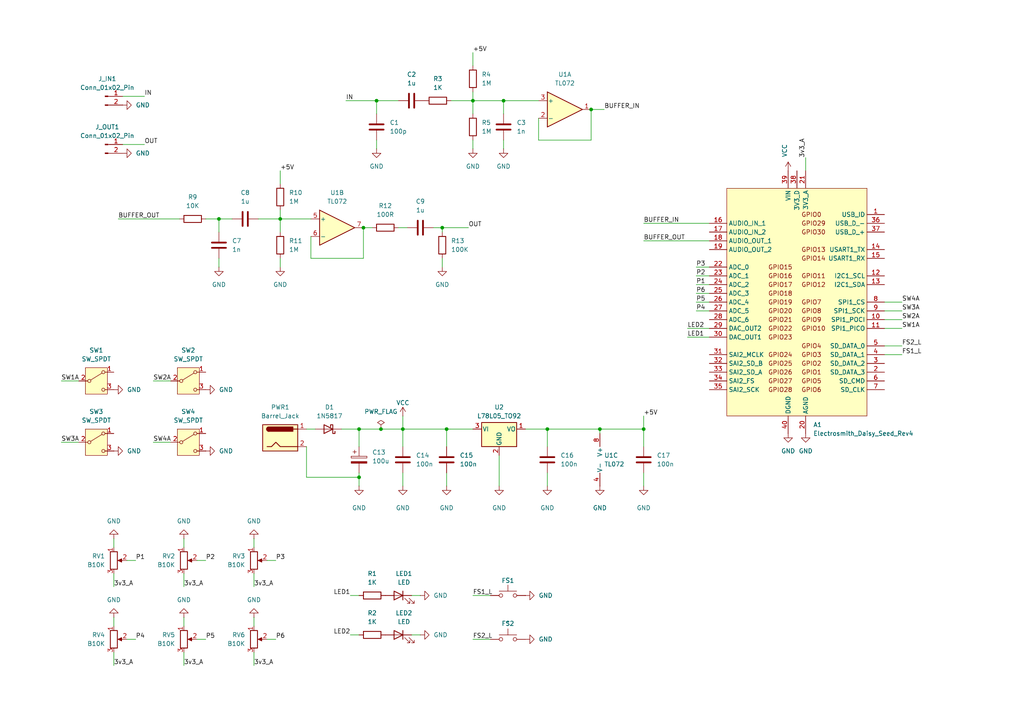
<source format=kicad_sch>
(kicad_sch (version 20231120) (generator "eeschema") (generator_version "8.0")
  (paper "A4")
  (lib_symbols
    (symbol "Amplifier_Operational:TL072" (pin_names (offset 0.127))
      (property "Reference" "U" (at 0 5.08 0))
      (property "Value" "TL072" (at 0 -5.08 0))
      (symbol "TL072_1_1"
        (polyline (pts (xy -5.08 5.08) (xy 5.08 0) (xy -5.08 -5.08) (xy -5.08 5.08)) (stroke (width 0.254)) (fill (type background)))
        (pin output line (at 7.62 0 180) (length 2.54) (name "~") (number "1"))
        (pin input line (at -7.62 -2.54 0) (length 2.54) (name "-") (number "2"))
        (pin input line (at -7.62 2.54 0) (length 2.54) (name "+") (number "3"))
      )
      (symbol "TL072_2_1"
        (polyline (pts (xy -5.08 5.08) (xy 5.08 0) (xy -5.08 -5.08) (xy -5.08 5.08)) (stroke (width 0.254)) (fill (type background)))
        (pin input line (at -7.62 2.54 0) (length 2.54) (name "+") (number "5"))
        (pin input line (at -7.62 -2.54 0) (length 2.54) (name "-") (number "6"))
        (pin output line (at 7.62 0 180) (length 2.54) (name "~") (number "7"))
      )
      (symbol "TL072_3_1"
        (pin power_in line (at -2.54 -7.62 90) (length 3.81) (name "V-") (number "4"))
        (pin power_in line (at -2.54 7.62 270) (length 3.81) (name "V+") (number "8"))
      )
    )
    (symbol "Connector:Barrel_Jack" (pin_names (offset 1.016))
      (property "Reference" "J" (at 0 5.334 0))
      (property "Value" "Barrel_Jack" (at 0 -5.08 0))
      (symbol "Barrel_Jack_0_1"
        (rectangle (start -5.08 3.81) (end 5.08 -3.81) (stroke (width 0.254)) (fill (type background)))
        (arc (start -3.302 3.175) (mid -3.9343 2.54) (end -3.302 1.905) (stroke (width 0.254)))
        (arc (start -3.302 3.175) (mid -3.9343 2.54) (end -3.302 1.905) (stroke (width 0.254)) (fill (type outline)))
        (polyline (pts (xy 5.08 2.54) (xy 3.81 2.54)) (stroke (width 0.254)))
        (polyline (pts (xy -3.81 -2.54) (xy -2.54 -2.54) (xy -1.27 -1.27) (xy 0 -2.54) (xy 2.54 -2.54) (xy 5.08 -2.54)) (stroke (width 0.254)))
        (rectangle (start 3.683 3.175) (end -3.302 1.905) (stroke (width 0.254)) (fill (type outline)))
      )
      (symbol "Barrel_Jack_1_1"
        (pin passive line (at 7.62 2.54 180) (length 2.54) (name "~") (number "1"))
        (pin passive line (at 7.62 -2.54 180) (length 2.54) (name "~") (number "2"))
      )
    )
    (symbol "Connector:Conn_01x02_Pin" (pin_names (offset 1.016) hide)
      (property "Reference" "J" (at 0 2.54 0))
      (property "Value" "Conn_01x02_Pin" (at 0 -5.08 0))
      (symbol "Conn_01x02_Pin_1_1"
        (polyline (pts (xy 1.27 -2.54) (xy 0.8636 -2.54)) (stroke (width 0.1524)))
        (polyline (pts (xy 1.27 0) (xy 0.8636 0)) (stroke (width 0.1524)))
        (rectangle (start 0.8636 -2.413) (end 0 -2.667) (stroke (width 0.1524)) (fill (type outline)))
        (rectangle (start 0.8636 0.127) (end 0 -0.127) (stroke (width 0.1524)) (fill (type outline)))
        (pin passive line (at 5.08 0 180) (length 3.81) (name "Pin_1") (number "1"))
        (pin passive line (at 5.08 -2.54 180) (length 3.81) (name "Pin_2") (number "2"))
      )
    )
    (symbol "Device:C" (pin_numbers hide) (pin_names (offset 0.254))
      (property "Reference" "C" (at 0.635 2.54 0))
      (property "Value" "C" (at 0.635 -2.54 0))
      (symbol "C_0_1"
        (polyline (pts (xy -2.032 -0.762) (xy 2.032 -0.762)) (stroke (width 0.508)))
        (polyline (pts (xy -2.032 0.762) (xy 2.032 0.762)) (stroke (width 0.508)))
      )
      (symbol "C_1_1"
        (pin passive line (at 0 3.81 270) (length 2.794) (name "~") (number "1"))
        (pin passive line (at 0 -3.81 90) (length 2.794) (name "~") (number "2"))
      )
    )
    (symbol "Device:C_Polarized" (pin_numbers hide) (pin_names (offset 0.254))
      (property "Reference" "C" (at 0.635 2.54 0))
      (property "Value" "C_Polarized" (at 0.635 -2.54 0))
      (symbol "C_Polarized_0_1"
        (rectangle (start -2.286 0.508) (end 2.286 1.016))
        (polyline (pts (xy -1.778 2.286) (xy -0.762 2.286)))
        (polyline (pts (xy -1.27 2.794) (xy -1.27 1.778)))
        (rectangle (start 2.286 -0.508) (end -2.286 -1.016) (fill (type outline)))
      )
      (symbol "C_Polarized_1_1"
        (pin passive line (at 0 3.81 270) (length 2.794) (name "~") (number "1"))
        (pin passive line (at 0 -3.81 90) (length 2.794) (name "~") (number "2"))
      )
    )
    (symbol "Device:LED" (pin_numbers hide) (pin_names (offset 1.016) hide)
      (property "Reference" "D" (at 0 2.54 0))
      (property "Value" "LED" (at 0 -2.54 0))
      (symbol "LED_0_1"
        (polyline (pts (xy -1.27 -1.27) (xy -1.27 1.27)) (stroke (width 0.254)))
        (polyline (pts (xy -1.27 0) (xy 1.27 0)))
        (polyline (pts (xy 1.27 -1.27) (xy 1.27 1.27) (xy -1.27 0) (xy 1.27 -1.27)) (stroke (width 0.254)))
        (polyline (pts (xy -3.048 -0.762) (xy -4.572 -2.286) (xy -3.81 -2.286) (xy -4.572 -2.286) (xy -4.572 -1.524)))
        (polyline (pts (xy -1.778 -0.762) (xy -3.302 -2.286) (xy -2.54 -2.286) (xy -3.302 -2.286) (xy -3.302 -1.524)))
      )
      (symbol "LED_1_1"
        (pin passive line (at -3.81 0 0) (length 2.54) (name "K") (number "1"))
        (pin passive line (at 3.81 0 180) (length 2.54) (name "A") (number "2"))
      )
    )
    (symbol "Device:R" (pin_numbers hide) (pin_names (offset 0))
      (property "Reference" "R" (at 2.032 0 90))
      (property "Value" "R" (at 0 0 90))
      (symbol "R_0_1"
        (rectangle (start -1.016 -2.54) (end 1.016 2.54) (stroke (width 0.254)))
      )
      (symbol "R_1_1"
        (pin passive line (at 0 3.81 270) (length 1.27) (name "~") (number "1"))
        (pin passive line (at 0 -3.81 90) (length 1.27) (name "~") (number "2"))
      )
    )
    (symbol "Device:R_Potentiometer" (pin_names (offset 1.016) hide)
      (property "Reference" "RV" (at -4.445 0 90))
      (property "Value" "R_Potentiometer" (at -2.54 0 90))
      (symbol "R_Potentiometer_0_1"
        (polyline (pts (xy 2.54 0) (xy 1.524 0)))
        (polyline (pts (xy 1.143 0) (xy 2.286 0.508) (xy 2.286 -0.508) (xy 1.143 0)) (fill (type outline)))
        (rectangle (start 1.016 2.54) (end -1.016 -2.54) (stroke (width 0.254)))
      )
      (symbol "R_Potentiometer_1_1"
        (pin passive line (at 0 3.81 270) (length 1.27) (name "1") (number "1"))
        (pin passive line (at 3.81 0 180) (length 1.27) (name "2") (number "2"))
        (pin passive line (at 0 -3.81 90) (length 1.27) (name "3") (number "3"))
      )
    )
    (symbol "Diode:1N5817" (pin_numbers hide) (pin_names (offset 1.016) hide)
      (property "Reference" "D" (at 0 2.54 0))
      (property "Value" "1N5817" (at 0 -2.54 0))
      (symbol "1N5817_0_1"
        (polyline (pts (xy 1.27 0) (xy -1.27 0)))
        (polyline (pts (xy 1.27 1.27) (xy 1.27 -1.27) (xy -1.27 0) (xy 1.27 1.27)) (stroke (width 0.254)))
        (polyline (pts (xy -1.905 0.635) (xy -1.905 1.27) (xy -1.27 1.27) (xy -1.27 -1.27) (xy -0.635 -1.27) (xy -0.635 -0.635)) (stroke (width 0.254)))
      )
      (symbol "1N5817_1_1"
        (pin passive line (at -3.81 0 0) (length 2.54) (name "K") (number "1"))
        (pin passive line (at 3.81 0 180) (length 2.54) (name "A") (number "2"))
      )
    )
    (symbol "MCU_Module:Electrosmith_Daisy_Seed_Rev4"
      (property "Reference" "A" (at -20.32 34.29 0))
      (property "Value" "Electrosmith_Daisy_Seed_Rev4" (at 33.02 34.29 0))
      (symbol "Electrosmith_Daisy_Seed_Rev4_0_0"
        (text "GPIO0" (at 1.27 25.4 0) (effects (font (size 1.27 1.27)) (justify left)))
        (text "GPIO1" (at 1.27 -20.32 0) (effects (font (size 1.27 1.27)) (justify left)))
        (text "GPIO10" (at 1.27 -7.62 0) (effects (font (size 1.27 1.27)) (justify left)))
        (text "GPIO11" (at 1.27 7.62 0) (effects (font (size 1.27 1.27)) (justify left)))
        (text "GPIO12" (at 1.27 5.08 0) (effects (font (size 1.27 1.27)) (justify left)))
        (text "GPIO13" (at 1.27 15.24 0) (effects (font (size 1.27 1.27)) (justify left)))
        (text "GPIO14" (at 1.27 12.7 0) (effects (font (size 1.27 1.27)) (justify left)))
        (text "GPIO15" (at -1.27 10.16 0) (effects (font (size 1.27 1.27)) (justify right)))
        (text "GPIO16" (at -1.27 7.62 0) (effects (font (size 1.27 1.27)) (justify right)))
        (text "GPIO17" (at -1.27 5.08 0) (effects (font (size 1.27 1.27)) (justify right)))
        (text "GPIO18" (at -1.27 2.54 0) (effects (font (size 1.27 1.27)) (justify right)))
        (text "GPIO19" (at -1.27 0 0) (effects (font (size 1.27 1.27)) (justify right)))
        (text "GPIO2" (at 1.27 -17.78 0) (effects (font (size 1.27 1.27)) (justify left)))
        (text "GPIO20" (at -1.27 -2.54 0) (effects (font (size 1.27 1.27)) (justify right)))
        (text "GPIO21" (at -1.27 -5.08 0) (effects (font (size 1.27 1.27)) (justify right)))
        (text "GPIO22" (at -1.27 -7.62 0) (effects (font (size 1.27 1.27)) (justify right)))
        (text "GPIO23" (at -1.27 -10.16 0) (effects (font (size 1.27 1.27)) (justify right)))
        (text "GPIO24" (at -1.27 -15.24 0) (effects (font (size 1.27 1.27)) (justify right)))
        (text "GPIO25" (at -1.27 -17.78 0) (effects (font (size 1.27 1.27)) (justify right)))
        (text "GPIO26" (at -1.27 -20.32 0) (effects (font (size 1.27 1.27)) (justify right)))
        (text "GPIO27" (at -1.27 -22.86 0) (effects (font (size 1.27 1.27)) (justify right)))
        (text "GPIO28" (at -1.27 -25.4 0) (effects (font (size 1.27 1.27)) (justify right)))
        (text "GPIO29" (at 1.27 22.86 0) (effects (font (size 1.27 1.27)) (justify left)))
        (text "GPIO3" (at 1.27 -15.24 0) (effects (font (size 1.27 1.27)) (justify left)))
        (text "GPIO30" (at 1.27 20.32 0) (effects (font (size 1.27 1.27)) (justify left)))
        (text "GPIO4" (at 1.27 -12.7 0) (effects (font (size 1.27 1.27)) (justify left)))
        (text "GPIO5" (at 1.27 -22.86 0) (effects (font (size 1.27 1.27)) (justify left)))
        (text "GPIO6" (at 1.27 -25.4 0) (effects (font (size 1.27 1.27)) (justify left)))
        (text "GPIO7" (at 1.27 0 0) (effects (font (size 1.27 1.27)) (justify left)))
        (text "GPIO8" (at 1.27 -2.54 0) (effects (font (size 1.27 1.27)) (justify left)))
        (text "GPIO9" (at 1.27 -5.08 0) (effects (font (size 1.27 1.27)) (justify left)))
        (pin bidirectional line (at 25.4 25.4 180) (length 5.08) (name "USB_ID") (number "1"))
        (pin bidirectional line (at 25.4 -5.08 180) (length 5.08) (name "SPI1_POCI") (number "10"))
        (pin bidirectional line (at 25.4 -7.62 180) (length 5.08) (name "SPI1_PICO") (number "11"))
        (pin bidirectional line (at 25.4 7.62 180) (length 5.08) (name "I2C1_SCL") (number "12"))
        (pin bidirectional line (at 25.4 5.08 180) (length 5.08) (name "I2C1_SDA") (number "13"))
        (pin bidirectional line (at 25.4 15.24 180) (length 5.08) (name "USART1_TX") (number "14"))
        (pin bidirectional line (at 25.4 12.7 180) (length 5.08) (name "USART1_RX") (number "15"))
        (pin input line (at -25.4 22.86 0) (length 5.08) (name "AUDIO_IN_1") (number "16"))
        (pin input line (at -25.4 20.32 0) (length 5.08) (name "AUDIO_IN_2") (number "17"))
        (pin output line (at -25.4 17.78 0) (length 5.08) (name "AUDIO_OUT_1") (number "18"))
        (pin output line (at -25.4 15.24 0) (length 5.08) (name "AUDIO_OUT_2") (number "19"))
        (pin bidirectional line (at 25.4 -20.32 180) (length 5.08) (name "SD_DATA_3") (number "2"))
        (pin power_in line (at 2.54 -38.1 90) (length 5.08) (name "AGND") (number "20"))
        (pin power_out line (at 2.54 38.1 270) (length 5.08) (name "3V3_A") (number "21"))
        (pin bidirectional line (at -25.4 10.16 0) (length 5.08) (name "ADC_0") (number "22"))
        (pin bidirectional line (at -25.4 7.62 0) (length 5.08) (name "ADC_1") (number "23"))
        (pin bidirectional line (at -25.4 5.08 0) (length 5.08) (name "ADC_2") (number "24"))
        (pin bidirectional line (at -25.4 2.54 0) (length 5.08) (name "ADC_3") (number "25"))
        (pin bidirectional line (at -25.4 0 0) (length 5.08) (name "ADC_4") (number "26"))
        (pin bidirectional line (at -25.4 -2.54 0) (length 5.08) (name "ADC_5") (number "27"))
        (pin bidirectional line (at -25.4 -5.08 0) (length 5.08) (name "ADC_6") (number "28"))
        (pin bidirectional line (at -25.4 -7.62 0) (length 5.08) (name "DAC_OUT2") (number "29"))
        (pin bidirectional line (at 25.4 -17.78 180) (length 5.08) (name "SD_DATA_2") (number "3"))
        (pin bidirectional line (at -25.4 -10.16 0) (length 5.08) (name "DAC_OUT1") (number "30"))
        (pin bidirectional line (at -25.4 -15.24 0) (length 5.08) (name "SAI2_MCLK") (number "31"))
        (pin bidirectional line (at -25.4 -17.78 0) (length 5.08) (name "SAI2_SD_B") (number "32"))
        (pin bidirectional line (at -25.4 -20.32 0) (length 5.08) (name "SAI2_SD_A") (number "33"))
        (pin bidirectional line (at -25.4 -22.86 0) (length 5.08) (name "SAI2_FS") (number "34"))
        (pin bidirectional line (at -25.4 -25.4 0) (length 5.08) (name "SAI2_SCK") (number "35"))
        (pin bidirectional line (at 25.4 22.86 180) (length 5.08) (name "USB_D_-") (number "36"))
        (pin bidirectional line (at 25.4 20.32 180) (length 5.08) (name "USB_D_+") (number "37"))
        (pin power_out line (at 0 38.1 270) (length 5.08) (name "3V3_D") (number "38"))
        (pin power_in line (at -2.54 38.1 270) (length 5.08) (name "VIN") (number "39"))
        (pin bidirectional line (at 25.4 -15.24 180) (length 5.08) (name "SD_DATA_1") (number "4"))
        (pin power_in line (at -2.54 -38.1 90) (length 5.08) (name "DGND") (number "40"))
        (pin bidirectional line (at 25.4 -12.7 180) (length 5.08) (name "SD_DATA_0") (number "5"))
        (pin bidirectional line (at 25.4 -22.86 180) (length 5.08) (name "SD_CMD") (number "6"))
        (pin bidirectional line (at 25.4 -25.4 180) (length 5.08) (name "SD_CLK") (number "7"))
        (pin bidirectional line (at 25.4 0 180) (length 5.08) (name "SPI1_CS") (number "8"))
        (pin bidirectional line (at 25.4 -2.54 180) (length 5.08) (name "SPI1_SCK") (number "9"))
      )
      (symbol "Electrosmith_Daisy_Seed_Rev4_0_1"
        (rectangle (start -20.32 33.02) (end 20.32 -33.02) (fill (type background)))
      )
    )
    (symbol "Regulator_Linear:L78L05_TO92" (pin_names (offset 0.254))
      (property "Reference" "U" (at -3.81 3.175 0))
      (property "Value" "L78L05_TO92" (at 0 3.175 0))
      (symbol "L78L05_TO92_0_1"
        (rectangle (start -5.08 -5.08) (end 5.08 1.905) (stroke (width 0.254)) (fill (type background)))
      )
      (symbol "L78L05_TO92_1_1"
        (pin power_out line (at 7.62 0 180) (length 2.54) (name "VO") (number "1"))
        (pin power_in line (at 0 -7.62 90) (length 2.54) (name "GND") (number "2"))
        (pin power_in line (at -7.62 0 0) (length 2.54) (name "VI") (number "3"))
      )
    )
    (symbol "Switch:SW_Push" (pin_numbers hide) (pin_names (offset 1.016) hide)
      (property "Reference" "SW" (at 1.27 2.54 0))
      (property "Value" "SW_Push" (at 0 -1.524 0))
      (symbol "SW_Push_0_1"
        (circle (center -2.032 0) (radius 0.508))
        (polyline (pts (xy 0 1.27) (xy 0 3.048)))
        (polyline (pts (xy 2.54 1.27) (xy -2.54 1.27)))
        (circle (center 2.032 0) (radius 0.508))
        (pin passive line (at -5.08 0 0) (length 2.54) (name "1") (number "1"))
        (pin passive line (at 5.08 0 180) (length 2.54) (name "2") (number "2"))
      )
    )
    (symbol "Switch:SW_SPDT" (pin_names (offset 0) hide)
      (property "Reference" "SW" (at 0 5.08 0))
      (property "Value" "SW_SPDT" (at 0 -5.08 0))
      (symbol "SW_SPDT_0_1"
        (circle (center -2.032 0) (radius 0.4572))
        (polyline (pts (xy -1.651 0.254) (xy 1.651 2.286)))
        (circle (center 2.032 -2.54) (radius 0.4572))
        (circle (center 2.032 2.54) (radius 0.4572))
      )
      (symbol "SW_SPDT_1_1"
        (rectangle (start -3.175 3.81) (end 3.175 -3.81) (fill (type background)))
        (pin passive line (at 5.08 2.54 180) (length 2.54) (name "A") (number "1"))
        (pin passive line (at -5.08 0 0) (length 2.54) (name "B") (number "2"))
        (pin passive line (at 5.08 -2.54 180) (length 2.54) (name "C") (number "3"))
      )
    )
    (symbol "power:GND" (power) (pin_numbers hide) (pin_names (offset 0) hide)
      (property "Value" "GND" (at 0 -3.81 0))
      (symbol "GND_0_1"
        (polyline (pts (xy 0 0) (xy 0 -1.27) (xy 1.27 -1.27) (xy 0 -2.54) (xy -1.27 -1.27) (xy 0 -1.27)))
      )
      (symbol "GND_1_1"
        (pin power_in line (at 0 0 270) (length 0) (name "~") (number "1"))
      )
    )
    (symbol "power:PWR_FLAG" (power) (pin_numbers hide) (pin_names (offset 0) hide)
      (property "Value" "PWR_FLAG" (at 0 3.81 0))
      (symbol "PWR_FLAG_0_0"
        (pin power_out line (at 0 0 90) (length 0) (name "~") (number "1"))
      )
      (symbol "PWR_FLAG_0_1"
        (polyline (pts (xy 0 0) (xy 0 1.27) (xy -1.016 1.905) (xy 0 2.54) (xy 1.016 1.905) (xy 0 1.27)))
      )
    )
    (symbol "power:VCC" (power) (pin_numbers hide) (pin_names (offset 0) hide)
      (property "Value" "VCC" (at 0 3.556 0))
      (symbol "VCC_0_1"
        (polyline (pts (xy -0.762 1.27) (xy 0 2.54)))
        (polyline (pts (xy 0 0) (xy 0 2.54)))
        (polyline (pts (xy 0 2.54) (xy 0.762 1.27)))
      )
      (symbol "VCC_1_1"
        (pin power_in line (at 0 0 90) (length 0) (name "~") (number "1"))
      )
    )
  )
  (junction (at 171.45 31.75))
  (junction (at 137.16 29.21))
  (junction (at 158.75 124.46))
  (junction (at 186.69 124.46))
  (junction (at 128.27 66.04))
  (junction (at 63.5 63.5))
  (junction (at 173.99 124.46))
  (junction (at 110.49 124.46))
  (junction (at 105.41 66.04))
  (junction (at 81.28 63.5))
  (junction (at 116.84 124.46))
  (junction (at 104.14 124.46))
  (junction (at 109.22 29.21))
  (junction (at 146.05 29.21))
  (junction (at 129.54 124.46))
  (junction (at 104.14 138.43))
  (wire (pts (xy 173.99 124.46) (xy 173.99 125.73)))
  (wire (pts (xy 53.34 189.23) (xy 53.34 193.04)))
  (wire (pts (xy 156.21 34.29) (xy 156.21 40.64)))
  (wire (pts (xy 116.84 120.65) (xy 116.84 124.46)))
  (wire (pts (xy 57.15 185.42) (xy 59.69 185.42)))
  (wire (pts (xy 256.54 95.25) (xy 261.62 95.25)))
  (wire (pts (xy 53.34 166.37) (xy 53.34 170.18)))
  (wire (pts (xy 17.78 110.49) (xy 22.86 110.49)))
  (wire (pts (xy 146.05 33.02) (xy 146.05 29.21)))
  (wire (pts (xy 128.27 66.04) (xy 135.89 66.04)))
  (wire (pts (xy 33.02 179.07) (xy 33.02 181.61)))
  (wire (pts (xy 90.17 68.58) (xy 90.17 74.93)))
  (wire (pts (xy 104.14 184.15) (xy 101.6 184.15)))
  (wire (pts (xy 201.93 85.09) (xy 205.74 85.09)))
  (wire (pts (xy 137.16 15.24) (xy 137.16 19.05)))
  (wire (pts (xy 90.17 74.93) (xy 105.41 74.93)))
  (wire (pts (xy 88.9 138.43) (xy 104.14 138.43)))
  (wire (pts (xy 186.69 64.77) (xy 205.74 64.77)))
  (wire (pts (xy 105.41 66.04) (xy 107.95 66.04)))
  (wire (pts (xy 116.84 140.97) (xy 116.84 137.16)))
  (wire (pts (xy 137.16 29.21) (xy 146.05 29.21)))
  (wire (pts (xy 73.66 179.07) (xy 73.66 181.61)))
  (wire (pts (xy 33.02 156.21) (xy 33.02 158.75)))
  (wire (pts (xy 63.5 63.5) (xy 63.5 67.31)))
  (wire (pts (xy 130.81 29.21) (xy 137.16 29.21)))
  (wire (pts (xy 44.45 110.49) (xy 49.53 110.49)))
  (wire (pts (xy 201.93 80.01) (xy 205.74 80.01)))
  (wire (pts (xy 128.27 67.31) (xy 128.27 66.04)))
  (wire (pts (xy 137.16 185.42) (xy 142.24 185.42)))
  (wire (pts (xy 88.9 129.54) (xy 88.9 138.43)))
  (wire (pts (xy 158.75 140.97) (xy 158.75 137.16)))
  (wire (pts (xy 137.16 43.18) (xy 137.16 40.64)))
  (wire (pts (xy 53.34 156.21) (xy 53.34 158.75)))
  (wire (pts (xy 104.14 124.46) (xy 104.14 129.54)))
  (wire (pts (xy 110.49 124.46) (xy 116.84 124.46)))
  (wire (pts (xy 201.93 77.47) (xy 205.74 77.47)))
  (wire (pts (xy 81.28 67.31) (xy 81.28 63.5)))
  (wire (pts (xy 129.54 140.97) (xy 129.54 137.16)))
  (wire (pts (xy 144.78 132.08) (xy 144.78 140.97)))
  (wire (pts (xy 81.28 77.47) (xy 81.28 74.93)))
  (wire (pts (xy 59.69 63.5) (xy 63.5 63.5)))
  (wire (pts (xy 146.05 43.18) (xy 146.05 40.64)))
  (wire (pts (xy 36.83 185.42) (xy 39.37 185.42)))
  (wire (pts (xy 121.92 172.72) (xy 119.38 172.72)))
  (wire (pts (xy 173.99 124.46) (xy 186.69 124.46)))
  (wire (pts (xy 77.47 185.42) (xy 80.01 185.42)))
  (wire (pts (xy 73.66 189.23) (xy 73.66 193.04)))
  (wire (pts (xy 73.66 156.21) (xy 73.66 158.75)))
  (wire (pts (xy 137.16 33.02) (xy 137.16 29.21)))
  (wire (pts (xy 146.05 29.21) (xy 156.21 29.21)))
  (wire (pts (xy 129.54 124.46) (xy 129.54 129.54)))
  (wire (pts (xy 81.28 60.96) (xy 81.28 63.5)))
  (wire (pts (xy 17.78 128.27) (xy 22.86 128.27)))
  (wire (pts (xy 137.16 172.72) (xy 142.24 172.72)))
  (wire (pts (xy 100.33 29.21) (xy 109.22 29.21)))
  (wire (pts (xy 256.54 100.33) (xy 261.62 100.33)))
  (wire (pts (xy 104.14 172.72) (xy 101.6 172.72)))
  (wire (pts (xy 137.16 26.67) (xy 137.16 29.21)))
  (wire (pts (xy 199.39 95.25) (xy 205.74 95.25)))
  (wire (pts (xy 186.69 69.85) (xy 205.74 69.85)))
  (wire (pts (xy 201.93 87.63) (xy 205.74 87.63)))
  (wire (pts (xy 33.02 189.23) (xy 33.02 193.04)))
  (wire (pts (xy 158.75 124.46) (xy 158.75 129.54)))
  (wire (pts (xy 41.91 41.91) (xy 35.56 41.91)))
  (wire (pts (xy 81.28 49.53) (xy 81.28 53.34)))
  (wire (pts (xy 41.91 27.94) (xy 35.56 27.94)))
  (wire (pts (xy 186.69 120.65) (xy 186.69 124.46)))
  (wire (pts (xy 104.14 124.46) (xy 110.49 124.46)))
  (wire (pts (xy 105.41 74.93) (xy 105.41 66.04)))
  (wire (pts (xy 158.75 124.46) (xy 173.99 124.46)))
  (wire (pts (xy 104.14 137.16) (xy 104.14 138.43)))
  (wire (pts (xy 128.27 66.04) (xy 125.73 66.04)))
  (wire (pts (xy 116.84 124.46) (xy 129.54 124.46)))
  (wire (pts (xy 109.22 43.18) (xy 109.22 40.64)))
  (wire (pts (xy 186.69 140.97) (xy 186.69 137.16)))
  (wire (pts (xy 44.45 128.27) (xy 49.53 128.27)))
  (wire (pts (xy 73.66 166.37) (xy 73.66 170.18)))
  (wire (pts (xy 81.28 63.5) (xy 90.17 63.5)))
  (wire (pts (xy 63.5 77.47) (xy 63.5 74.93)))
  (wire (pts (xy 201.93 90.17) (xy 205.74 90.17)))
  (wire (pts (xy 53.34 179.07) (xy 53.34 181.61)))
  (wire (pts (xy 109.22 29.21) (xy 115.57 29.21)))
  (wire (pts (xy 233.68 45.72) (xy 233.68 49.53)))
  (wire (pts (xy 63.5 63.5) (xy 67.31 63.5)))
  (wire (pts (xy 256.54 87.63) (xy 261.62 87.63)))
  (wire (pts (xy 156.21 40.64) (xy 171.45 40.64)))
  (wire (pts (xy 171.45 40.64) (xy 171.45 31.75)))
  (wire (pts (xy 88.9 124.46) (xy 91.44 124.46)))
  (wire (pts (xy 256.54 90.17) (xy 261.62 90.17)))
  (wire (pts (xy 36.83 162.56) (xy 39.37 162.56)))
  (wire (pts (xy 116.84 129.54) (xy 116.84 124.46)))
  (wire (pts (xy 121.92 184.15) (xy 119.38 184.15)))
  (wire (pts (xy 201.93 82.55) (xy 205.74 82.55)))
  (wire (pts (xy 129.54 124.46) (xy 137.16 124.46)))
  (wire (pts (xy 199.39 97.79) (xy 205.74 97.79)))
  (wire (pts (xy 74.93 63.5) (xy 81.28 63.5)))
  (wire (pts (xy 104.14 138.43) (xy 104.14 140.97)))
  (wire (pts (xy 256.54 102.87) (xy 261.62 102.87)))
  (wire (pts (xy 128.27 74.93) (xy 128.27 77.47)))
  (wire (pts (xy 115.57 66.04) (xy 118.11 66.04)))
  (wire (pts (xy 77.47 162.56) (xy 80.01 162.56)))
  (wire (pts (xy 34.29 63.5) (xy 52.07 63.5)))
  (wire (pts (xy 57.15 162.56) (xy 59.69 162.56)))
  (wire (pts (xy 99.06 124.46) (xy 104.14 124.46)))
  (wire (pts (xy 109.22 33.02) (xy 109.22 29.21)))
  (wire (pts (xy 33.02 166.37) (xy 33.02 170.18)))
  (wire (pts (xy 256.54 92.71) (xy 261.62 92.71)))
  (wire (pts (xy 186.69 124.46) (xy 186.69 129.54)))
  (wire (pts (xy 171.45 31.75) (xy 175.26 31.75)))
  (wire (pts (xy 152.4 124.46) (xy 158.75 124.46)))
  (label "P3" (at 80.01 162.56 0))
  (label "SW2A" (at 261.62 92.71 0))
  (label "P5" (at 201.93 87.63 0))
  (label "IN" (at 100.33 29.21 0))
  (label "+5V" (at 137.16 15.24 0))
  (label "SW1A" (at 261.62 95.25 0))
  (label "FS2_L" (at 261.62 100.33 0))
  (label "3v3_A" (at 233.68 45.72 90))
  (label "3v3_A" (at 53.34 170.18 0))
  (label "P4" (at 39.37 185.42 0))
  (label "3v3_A" (at 33.02 170.18 0))
  (label "P4" (at 201.93 90.17 0))
  (label "P3" (at 201.93 77.47 0))
  (label "BUFFER_IN" (at 186.69 64.77 0))
  (label "P2" (at 201.93 80.01 0))
  (label "LED1" (at 101.6 172.72 180))
  (label "P1" (at 201.93 82.55 0))
  (label "3v3_A" (at 53.34 193.04 0))
  (label "OUT" (at 41.91 41.91 0))
  (label "P6" (at 80.01 185.42 0))
  (label "SW3A" (at 17.78 128.27 0))
  (label "SW4A" (at 44.45 128.27 0))
  (label "3v3_A" (at 73.66 193.04 0))
  (label "OUT" (at 135.89 66.04 0))
  (label "BUFFER_OUT" (at 34.29 63.5 0))
  (label "3v3_A" (at 73.66 170.18 0))
  (label "P1" (at 39.37 162.56 0))
  (label "SW2A" (at 44.45 110.49 0))
  (label "SW4A" (at 261.62 87.63 0))
  (label "BUFFER_IN" (at 175.26 31.75 0))
  (label "3v3_A" (at 33.02 193.04 0))
  (label "LED1" (at 199.39 97.79 0))
  (label "LED2" (at 199.39 95.25 0))
  (label "IN" (at 41.91 27.94 0))
  (label "P2" (at 59.69 162.56 0))
  (label "LED2" (at 101.6 184.15 180))
  (label "FS2_L" (at 137.16 185.42 0))
  (label "P5" (at 59.69 185.42 0))
  (label "P6" (at 201.93 85.09 0))
  (label "BUFFER_OUT" (at 186.69 69.85 0))
  (label "+5V" (at 81.28 49.53 0))
  (label "SW3A" (at 261.62 90.17 0))
  (label "+5V" (at 186.69 120.65 0))
  (label "FS1_L" (at 137.16 172.72 0))
  (label "SW1A" (at 17.78 110.49 0))
  (label "FS1_L" (at 261.62 102.87 0))
  (symbol (lib_id "Device:R") (at 137.16 22.86 180) (unit 1)
    (property "Reference" "R4" (at 139.7 21.5899 0) (effects (justify right)))
    (property "Value" "1M" (at 139.7 24.1299 0) (effects (justify right)))
    (property "Footprint" "Resistor_THT:R_Axial_DIN0207_L6.3mm_D2.5mm_P10.16mm_Horizontal" (effects (hide yes)))
    (property "Description" "Resistor" (effects (hide yes)))
  )
  (symbol (lib_id "power:PWR_FLAG") (at 110.49 124.46 0) (unit 1)
    (property "Reference" "#FLG01" (effects (hide yes)))
    (property "Value" "PWR_FLAG" (at 110.49 119.38 0))
    (property "Description" "Special symbol for telling ERC where power comes from" (effects (hide yes)))
  )
  (symbol (lib_id "Amplifier_Operational:TL072") (at 163.83 31.75 0) (unit 1)
    (property "Reference" "U1" (at 163.83 21.59 0))
    (property "Value" "TL072" (at 163.83 24.13 0))
    (property "Footprint" "Package_DIP:DIP-8_W7.62mm" (effects (hide yes)))
    (property "Datasheet" "http://www.ti.com/lit/ds/symlink/tl071.pdf" (effects (hide yes)))
    (property "Description" "Dual Low-Noise JFET-Input Operational Amplifiers, DIP-8/SOIC-8" (effects (hide yes)))
  )
  (symbol (lib_id "Device:R") (at 111.76 66.04 90) (unit 1)
    (property "Reference" "R12" (at 111.76 59.69 90))
    (property "Value" "100R" (at 111.76 62.23 90))
    (property "Footprint" "Resistor_THT:R_Axial_DIN0207_L6.3mm_D2.5mm_P10.16mm_Horizontal" (effects (hide yes)))
    (property "Description" "Resistor" (effects (hide yes)))
  )
  (symbol (lib_id "Device:R") (at 127 29.21 90) (unit 1)
    (property "Reference" "R3" (at 127 22.86 90))
    (property "Value" "1K" (at 127 25.4 90))
    (property "Footprint" "Resistor_THT:R_Axial_DIN0207_L6.3mm_D2.5mm_P10.16mm_Horizontal" (effects (hide yes)))
    (property "Description" "Resistor" (effects (hide yes)))
  )
  (symbol (lib_id "power:GND") (at 173.99 140.97 0) (unit 1)
    (property "Reference" "#PWR036" (effects (hide yes)))
    (property "Value" "GND" (at 173.99 147.32 0))
    (property "Description" "Power symbol creates a global label with name \"GND\" , ground" (effects (hide yes)))
  )
  (symbol (lib_id "power:GND") (at 63.5 77.47 0) (unit 1)
    (property "Reference" "#PWR024" (effects (hide yes)))
    (property "Value" "GND" (at 63.5 82.55 0))
    (property "Description" "Power symbol creates a global label with name \"GND\" , ground" (effects (hide yes)))
  )
  (symbol (lib_id "Device:R") (at 128.27 71.12 180) (unit 1)
    (property "Reference" "R13" (at 130.81 69.8499 0) (effects (justify right)))
    (property "Value" "100K" (at 130.81 72.3899 0) (effects (justify right)))
    (property "Footprint" "Resistor_THT:R_Axial_DIN0207_L6.3mm_D2.5mm_P10.16mm_Horizontal" (effects (hide yes)))
    (property "Description" "Resistor" (effects (hide yes)))
  )
  (symbol (lib_id "power:GND") (at 144.78 140.97 0) (unit 1)
    (property "Reference" "#PWR034" (effects (hide yes)))
    (property "Value" "GND" (at 144.78 147.32 0))
    (property "Description" "Power symbol creates a global label with name \"GND\" , ground" (effects (hide yes)))
  )
  (symbol (lib_id "Device:C") (at 186.69 133.35 180) (unit 1)
    (property "Reference" "C17" (at 190.5 132.0799 0) (effects (justify right)))
    (property "Value" "100n" (at 190.5 134.6199 0) (effects (justify right)))
    (property "Footprint" "Capacitor_THT:C_Rect_L7.2mm_W2.5mm_P5.00mm_FKS2_FKP2_MKS2_MKP2" (effects (hide yes)))
    (property "Description" "Unpolarized capacitor" (effects (hide yes)))
  )
  (symbol (lib_id "power:GND") (at 186.69 140.97 0) (unit 1)
    (property "Reference" "#PWR037" (effects (hide yes)))
    (property "Value" "GND" (at 186.69 147.32 0))
    (property "Description" "Power symbol creates a global label with name \"GND\" , ground" (effects (hide yes)))
  )
  (symbol (lib_id "Switch:SW_SPDT") (at 27.94 110.49 0) (unit 1)
    (property "Reference" "SW1" (at 27.94 101.6 0))
    (property "Value" "SW_SPDT" (at 27.94 104.14 0))
    (property "Footprint" "Button_Switch_THT:Toggle_Switch_3Pin_Holes" (effects (hide yes)))
    (property "Description" "Switch, single pole double throw" (effects (hide yes)))
  )
  (symbol (lib_id "Device:C") (at 146.05 36.83 0) (unit 1)
    (property "Reference" "C3" (at 149.86 35.5599 0) (effects (justify left)))
    (property "Value" "1n" (at 149.86 38.0999 0) (effects (justify left)))
    (property "Footprint" "Capacitor_THT:C_Rect_L7.2mm_W2.5mm_P5.00mm_FKS2_FKP2_MKS2_MKP2" (effects (hide yes)))
    (property "Description" "Unpolarized capacitor" (effects (hide yes)))
  )
  (symbol (lib_id "Diode:1N5817") (at 95.25 124.46 180) (unit 1)
    (property "Reference" "D1" (at 95.5675 118.11 0))
    (property "Value" "1N5817" (at 95.5675 120.65 0))
    (property "Footprint" "Diode_THT:D_DO-41_SOD81_P10.16mm_Horizontal" (effects (hide yes)))
    (property "Datasheet" "http://www.vishay.com/docs/88525/1n5817.pdf" (effects (hide yes)))
    (property "Description" "20V 1A Schottky Barrier Rectifier Diode, DO-41" (effects (hide yes)))
  )
  (symbol (lib_id "Regulator_Linear:L78L05_TO92") (at 144.78 124.46 0) (unit 1)
    (property "Reference" "U2" (at 144.78 118.11 0))
    (property "Value" "L78L05_TO92" (at 144.78 120.65 0))
    (property "Footprint" "Package_TO_SOT_THT:TO-92_Inline" (effects (hide yes)))
    (property "Datasheet" "http://www.st.com/content/ccc/resource/technical/document/datasheet/15/55/e5/aa/23/5b/43/fd/CD00000446.pdf/files/CD00000446.pdf/jcr:content/translations/en.CD00000446.pdf" (effects (hide yes)))
    (property "Description" "Positive 100mA 30V Linear Regulator, Fixed Output 5V, TO-92" (effects (hide yes)))
  )
  (symbol (lib_id "Device:LED") (at 115.57 172.72 0) (mirror y) (unit 1)
    (property "Reference" "LED1" (at 117.1575 166.37 0))
    (property "Value" "LED" (at 117.1575 168.91 0))
    (property "Footprint" "LED_THT:LED_D5.0mm" (effects (hide yes)))
    (property "Description" "Light emitting diode" (effects (hide yes)))
  )
  (symbol (lib_id "power:GND") (at 152.4 185.42 90) (unit 1)
    (property "Reference" "#PWR017" (effects (hide yes)))
    (property "Value" "GND" (at 156.21 185.4199 90) (effects (justify right)))
    (property "Description" "Power symbol creates a global label with name \"GND\" , ground" (effects (hide yes)))
  )
  (symbol (lib_id "power:GND") (at 152.4 172.72 90) (unit 1)
    (property "Reference" "#PWR016" (effects (hide yes)))
    (property "Value" "GND" (at 156.21 172.7199 90) (effects (justify right)))
    (property "Description" "Power symbol creates a global label with name \"GND\" , ground" (effects (hide yes)))
  )
  (symbol (lib_id "Switch:SW_SPDT") (at 54.61 128.27 0) (unit 1)
    (property "Reference" "SW4" (at 54.61 119.38 0))
    (property "Value" "SW_SPDT" (at 54.61 121.92 0))
    (property "Footprint" "Button_Switch_THT:Toggle_Switch_3Pin_Holes" (effects (hide yes)))
    (property "Description" "Switch, single pole double throw" (effects (hide yes)))
  )
  (symbol (lib_id "power:GND") (at 73.66 156.21 180) (unit 1)
    (property "Reference" "#PWR07" (effects (hide yes)))
    (property "Value" "GND" (at 73.66 151.13 0))
    (property "Description" "Power symbol creates a global label with name \"GND\" , ground" (effects (hide yes)))
  )
  (symbol (lib_id "power:GND") (at 121.92 184.15 90) (mirror x) (unit 1)
    (property "Reference" "#PWR012" (effects (hide yes)))
    (property "Value" "GND" (at 125.73 184.1499 90) (effects (justify right)))
    (property "Description" "Power symbol creates a global label with name \"GND\" , ground" (effects (hide yes)))
  )
  (symbol (lib_id "power:GND") (at 228.6 125.73 0) (unit 1)
    (property "Reference" "#PWR013" (effects (hide yes)))
    (property "Value" "GND" (at 228.6 130.81 0))
    (property "Description" "Power symbol creates a global label with name \"GND\" , ground" (effects (hide yes)))
  )
  (symbol (lib_id "Switch:SW_Push") (at 147.32 185.42 0) (unit 1)
    (property "Reference" "FS2" (at 147.32 180.848 0))
    (property "Value" "~" (at 147.32 180.34 0))
    (property "Footprint" "Connector_PinHeader_2.54mm:PinHeader_1x02_P2.54mm_Vertical" (effects (hide yes)))
    (property "Description" "Push button switch, generic, two pins" (effects (hide yes)))
  )
  (symbol (lib_id "Device:C") (at 119.38 29.21 90) (unit 1)
    (property "Reference" "C2" (at 119.38 21.59 90))
    (property "Value" "1u" (at 119.38 24.13 90))
    (property "Footprint" "Capacitor_THT:C_Rect_L7.2mm_W2.5mm_P5.00mm_FKS2_FKP2_MKS2_MKP2" (effects (hide yes)))
    (property "Description" "Unpolarized capacitor" (effects (hide yes)))
  )
  (symbol (lib_id "Switch:SW_Push") (at 147.32 172.72 0) (unit 1)
    (property "Reference" "FS1" (at 147.32 168.402 0))
    (property "Value" "~" (at 147.32 167.64 0))
    (property "Footprint" "Connector_PinHeader_2.54mm:PinHeader_1x02_P2.54mm_Vertical" (effects (hide yes)))
    (property "Description" "Push button switch, generic, two pins" (effects (hide yes)))
  )
  (symbol (lib_id "Connector:Conn_01x02_Pin") (at 30.48 27.94 0) (unit 1)
    (property "Reference" "J_IN1" (at 31.115 22.86 0))
    (property "Value" "Conn_01x02_Pin" (at 31.115 25.4 0))
    (property "Footprint" "Connector_PinHeader_2.54mm:PinHeader_1x02_P2.54mm_Vertical" (effects (hide yes)))
    (property "Description" "Generic connector, single row, 01x02, script generated" (effects (hide yes)))
  )
  (symbol (lib_id "power:GND") (at 59.69 130.81 90) (unit 1)
    (property "Reference" "#PWR04" (effects (hide yes)))
    (property "Value" "GND" (at 63.5 130.8099 90) (effects (justify right)))
    (property "Description" "Power symbol creates a global label with name \"GND\" , ground" (effects (hide yes)))
  )
  (symbol (lib_id "power:GND") (at 128.27 77.47 0) (unit 1)
    (property "Reference" "#PWR026" (effects (hide yes)))
    (property "Value" "GND" (at 128.27 82.55 0))
    (property "Description" "Power symbol creates a global label with name \"GND\" , ground" (effects (hide yes)))
  )
  (symbol (lib_id "Device:C_Polarized") (at 104.14 133.35 0) (unit 1)
    (property "Reference" "C13" (at 107.95 131.1909 0) (effects (justify left)))
    (property "Value" "100u" (at 107.95 133.7309 0) (effects (justify left)))
    (property "Footprint" "Capacitor_THT:CP_Radial_D8.0mm_P3.50mm" (effects (hide yes)))
    (property "Description" "Polarized capacitor" (effects (hide yes)))
  )
  (symbol (lib_id "power:GND") (at 121.92 172.72 90) (mirror x) (unit 1)
    (property "Reference" "#PWR011" (effects (hide yes)))
    (property "Value" "GND" (at 125.73 172.7199 90) (effects (justify right)))
    (property "Description" "Power symbol creates a global label with name \"GND\" , ground" (effects (hide yes)))
  )
  (symbol (lib_id "Device:R") (at 55.88 63.5 90) (unit 1)
    (property "Reference" "R9" (at 55.88 57.15 90))
    (property "Value" "10K" (at 55.88 59.69 90))
    (property "Footprint" "Resistor_THT:R_Axial_DIN0207_L6.3mm_D2.5mm_P10.16mm_Horizontal" (effects (hide yes)))
    (property "Description" "Resistor" (effects (hide yes)))
  )
  (symbol (lib_id "Device:C") (at 71.12 63.5 90) (unit 1)
    (property "Reference" "C8" (at 71.12 55.88 90))
    (property "Value" "1u" (at 71.12 58.42 90))
    (property "Footprint" "Capacitor_THT:C_Rect_L7.2mm_W2.5mm_P5.00mm_FKS2_FKP2_MKS2_MKP2" (effects (hide yes)))
    (property "Description" "Unpolarized capacitor" (effects (hide yes)))
  )
  (symbol (lib_id "Device:R_Potentiometer") (at 33.02 162.56 0) (unit 1)
    (property "Reference" "RV1" (at 30.48 161.2899 0) (effects (justify right)))
    (property "Value" "B10K" (at 30.48 163.8299 0) (effects (justify right)))
    (property "Footprint" "Potentiometer_THT:Potentiometer_3Pin_Holes" (effects (hide yes)))
    (property "Description" "Potentiometer" (effects (hide yes)))
  )
  (symbol (lib_id "Device:C") (at 121.92 66.04 90) (unit 1)
    (property "Reference" "C9" (at 121.92 58.42 90))
    (property "Value" "1u" (at 121.92 60.96 90))
    (property "Footprint" "Capacitor_THT:C_Rect_L7.2mm_W2.5mm_P5.00mm_FKS2_FKP2_MKS2_MKP2" (effects (hide yes)))
    (property "Description" "Unpolarized capacitor" (effects (hide yes)))
  )
  (symbol (lib_id "Device:R_Potentiometer") (at 73.66 185.42 0) (unit 1)
    (property "Reference" "RV6" (at 71.12 184.1499 0) (effects (justify right)))
    (property "Value" "B10K" (at 71.12 186.6899 0) (effects (justify right)))
    (property "Footprint" "Potentiometer_THT:Potentiometer_3Pin_Holes" (effects (hide yes)))
    (property "Description" "Potentiometer" (effects (hide yes)))
  )
  (symbol (lib_id "power:GND") (at 233.68 125.73 0) (unit 1)
    (property "Reference" "#PWR014" (effects (hide yes)))
    (property "Value" "GND" (at 233.68 130.81 0))
    (property "Description" "Power symbol creates a global label with name \"GND\" , ground" (effects (hide yes)))
  )
  (symbol (lib_id "Device:C") (at 63.5 71.12 0) (unit 1)
    (property "Reference" "C7" (at 67.31 69.8499 0) (effects (justify left)))
    (property "Value" "1n" (at 67.31 72.3899 0) (effects (justify left)))
    (property "Footprint" "Capacitor_THT:C_Rect_L7.2mm_W2.5mm_P5.00mm_FKS2_FKP2_MKS2_MKP2" (effects (hide yes)))
    (property "Description" "Unpolarized capacitor" (effects (hide yes)))
  )
  (symbol (lib_id "power:GND") (at 33.02 130.81 90) (unit 1)
    (property "Reference" "#PWR03" (effects (hide yes)))
    (property "Value" "GND" (at 36.83 130.8099 90) (effects (justify right)))
    (property "Description" "Power symbol creates a global label with name \"GND\" , ground" (effects (hide yes)))
  )
  (symbol (lib_id "Device:C") (at 109.22 36.83 0) (unit 1)
    (property "Reference" "C1" (at 113.03 35.5599 0) (effects (justify left)))
    (property "Value" "100p" (at 113.03 38.0999 0) (effects (justify left)))
    (property "Footprint" "Capacitor_THT:C_Rect_L7.2mm_W2.5mm_P5.00mm_FKS2_FKP2_MKS2_MKP2" (effects (hide yes)))
    (property "Description" "Unpolarized capacitor" (effects (hide yes)))
  )
  (symbol (lib_id "Device:C") (at 116.84 133.35 180) (unit 1)
    (property "Reference" "C14" (at 120.65 132.0799 0) (effects (justify right)))
    (property "Value" "100n" (at 120.65 134.6199 0) (effects (justify right)))
    (property "Footprint" "Capacitor_THT:C_Rect_L7.2mm_W2.5mm_P5.00mm_FKS2_FKP2_MKS2_MKP2" (effects (hide yes)))
    (property "Description" "Unpolarized capacitor" (effects (hide yes)))
  )
  (symbol (lib_id "MCU_Module:Electrosmith_Daisy_Seed_Rev4") (at 231.14 87.63 0) (unit 1)
    (property "Reference" "A1" (at 235.8741 123.19 0) (effects (justify left)))
    (property "Value" "Electrosmith_Daisy_Seed_Rev4" (at 235.8741 125.73 0) (effects (justify left)))
    (property "Footprint" "Module:Electrosmith_Daisy_Seed" (effects (hide yes)))
    (property "Datasheet" "https://static1.squarespace.com/static/58d03fdc1b10e3bf442567b8/t/6227e6236f02fb68d1577146/1646781988478/Daisy_Seed_datasheet_v1.0.3.pdf" (effects (hide yes)))
    (property "Description" "Daisy is an embedded platform for music." (effects (hide yes)))
  )
  (symbol (lib_id "Device:R_Potentiometer") (at 33.02 185.42 0) (unit 1)
    (property "Reference" "RV4" (at 30.48 184.1499 0) (effects (justify right)))
    (property "Value" "B10K" (at 30.48 186.6899 0) (effects (justify right)))
    (property "Footprint" "Potentiometer_THT:Potentiometer_3Pin_Holes" (effects (hide yes)))
    (property "Description" "Potentiometer" (effects (hide yes)))
  )
  (symbol (lib_id "power:GND") (at 59.69 113.03 90) (unit 1)
    (property "Reference" "#PWR02" (effects (hide yes)))
    (property "Value" "GND" (at 63.5 113.0299 90) (effects (justify right)))
    (property "Description" "Power symbol creates a global label with name \"GND\" , ground" (effects (hide yes)))
  )
  (symbol (lib_id "power:GND") (at 129.54 140.97 0) (unit 1)
    (property "Reference" "#PWR033" (effects (hide yes)))
    (property "Value" "GND" (at 129.54 147.32 0))
    (property "Description" "Power symbol creates a global label with name \"GND\" , ground" (effects (hide yes)))
  )
  (symbol (lib_id "Amplifier_Operational:TL072") (at 176.53 133.35 0) (unit 3)
    (property "Reference" "U1" (at 175.26 132.0799 0) (effects (justify left)))
    (property "Value" "TL072" (at 175.26 134.6199 0) (effects (justify left)))
    (property "Footprint" "Package_DIP:DIP-8_W7.62mm" (effects (hide yes)))
    (property "Datasheet" "http://www.ti.com/lit/ds/symlink/tl071.pdf" (effects (hide yes)))
    (property "Description" "Dual Low-Noise JFET-Input Operational Amplifiers, DIP-8/SOIC-8" (effects (hide yes)))
  )
  (symbol (lib_id "Device:R_Potentiometer") (at 53.34 162.56 0) (unit 1)
    (property "Reference" "RV2" (at 50.8 161.2899 0) (effects (justify right)))
    (property "Value" "B10K" (at 50.8 163.8299 0) (effects (justify right)))
    (property "Footprint" "Potentiometer_THT:Potentiometer_3Pin_Holes" (effects (hide yes)))
    (property "Description" "Potentiometer" (effects (hide yes)))
  )
  (symbol (lib_id "power:GND") (at 33.02 179.07 180) (unit 1)
    (property "Reference" "#PWR08" (effects (hide yes)))
    (property "Value" "GND" (at 33.02 173.99 0))
    (property "Description" "Power symbol creates a global label with name \"GND\" , ground" (effects (hide yes)))
  )
  (symbol (lib_id "power:GND") (at 146.05 43.18 0) (unit 1)
    (property "Reference" "#PWR019" (effects (hide yes)))
    (property "Value" "GND" (at 146.05 48.26 0))
    (property "Description" "Power symbol creates a global label with name \"GND\" , ground" (effects (hide yes)))
  )
  (symbol (lib_id "Device:C") (at 129.54 133.35 180) (unit 1)
    (property "Reference" "C15" (at 133.35 132.0799 0) (effects (justify right)))
    (property "Value" "100n" (at 133.35 134.6199 0) (effects (justify right)))
    (property "Footprint" "Capacitor_THT:C_Rect_L7.2mm_W2.5mm_P5.00mm_FKS2_FKP2_MKS2_MKP2" (effects (hide yes)))
    (property "Description" "Unpolarized capacitor" (effects (hide yes)))
  )
  (symbol (lib_id "power:VCC") (at 116.84 120.65 0) (unit 1)
    (property "Reference" "#PWR031" (effects (hide yes)))
    (property "Value" "VCC" (at 116.84 116.84 0))
    (property "Description" "Power symbol creates a global label with name \"VCC\"" (effects (hide yes)))
  )
  (symbol (lib_id "Device:LED") (at 115.57 184.15 0) (mirror y) (unit 1)
    (property "Reference" "LED2" (at 117.1575 177.8 0))
    (property "Value" "LED" (at 117.1575 180.34 0))
    (property "Footprint" "LED_THT:LED_D5.0mm" (effects (hide yes)))
    (property "Description" "Light emitting diode" (effects (hide yes)))
  )
  (symbol (lib_id "power:GND") (at 104.14 140.97 0) (unit 1)
    (property "Reference" "#PWR030" (effects (hide yes)))
    (property "Value" "GND" (at 104.14 147.32 0))
    (property "Description" "Power symbol creates a global label with name \"GND\" , ground" (effects (hide yes)))
  )
  (symbol (lib_id "power:GND") (at 35.56 30.48 90) (unit 1)
    (property "Reference" "#PWR021" (effects (hide yes)))
    (property "Value" "GND" (at 39.37 30.4799 90) (effects (justify right)))
    (property "Description" "Power symbol creates a global label with name \"GND\" , ground" (effects (hide yes)))
  )
  (symbol (lib_id "power:GND") (at 109.22 43.18 0) (unit 1)
    (property "Reference" "#PWR020" (effects (hide yes)))
    (property "Value" "GND" (at 109.22 48.26 0))
    (property "Description" "Power symbol creates a global label with name \"GND\" , ground" (effects (hide yes)))
  )
  (symbol (lib_id "Device:R") (at 107.95 184.15 270) (mirror x) (unit 1)
    (property "Reference" "R2" (at 107.95 177.8 90))
    (property "Value" "1K" (at 107.95 180.34 90))
    (property "Footprint" "R_Axial_DIN0207_L6.3mm_D2.5mm_P10.16mm_Horizontal" (effects (hide yes)))
    (property "Description" "Resistor" (effects (hide yes)))
  )
  (symbol (lib_id "Switch:SW_SPDT") (at 54.61 110.49 0) (unit 1)
    (property "Reference" "SW2" (at 54.61 101.6 0))
    (property "Value" "SW_SPDT" (at 54.61 104.14 0))
    (property "Footprint" "Button_Switch_THT:Toggle_Switch_3Pin_Holes" (effects (hide yes)))
    (property "Description" "Switch, single pole double throw" (effects (hide yes)))
  )
  (symbol (lib_id "power:GND") (at 33.02 156.21 180) (unit 1)
    (property "Reference" "#PWR05" (effects (hide yes)))
    (property "Value" "GND" (at 33.02 151.13 0))
    (property "Description" "Power symbol creates a global label with name \"GND\" , ground" (effects (hide yes)))
  )
  (symbol (lib_id "power:GND") (at 33.02 113.03 90) (unit 1)
    (property "Reference" "#PWR01" (effects (hide yes)))
    (property "Value" "GND" (at 36.83 113.0299 90) (effects (justify right)))
    (property "Description" "Power symbol creates a global label with name \"GND\" , ground" (effects (hide yes)))
  )
  (symbol (lib_id "power:GND") (at 116.84 140.97 0) (unit 1)
    (property "Reference" "#PWR032" (effects (hide yes)))
    (property "Value" "GND" (at 116.84 147.32 0))
    (property "Description" "Power symbol creates a global label with name \"GND\" , ground" (effects (hide yes)))
  )
  (symbol (lib_id "Amplifier_Operational:TL072") (at 97.79 66.04 0) (unit 2)
    (property "Reference" "U1" (at 97.79 55.88 0))
    (property "Value" "TL072" (at 97.79 58.42 0))
    (property "Footprint" "Package_DIP:DIP-8_W7.62mm" (effects (hide yes)))
    (property "Datasheet" "http://www.ti.com/lit/ds/symlink/tl071.pdf" (effects (hide yes)))
    (property "Description" "Dual Low-Noise JFET-Input Operational Amplifiers, DIP-8/SOIC-8" (effects (hide yes)))
  )
  (symbol (lib_id "Device:R") (at 137.16 36.83 180) (unit 1)
    (property "Reference" "R5" (at 139.7 35.5599 0) (effects (justify right)))
    (property "Value" "1M" (at 139.7 38.0999 0) (effects (justify right)))
    (property "Footprint" "Resistor_THT:R_Axial_DIN0207_L6.3mm_D2.5mm_P10.16mm_Horizontal" (effects (hide yes)))
    (property "Description" "Resistor" (effects (hide yes)))
  )
  (symbol (lib_id "Device:R") (at 107.95 172.72 270) (mirror x) (unit 1)
    (property "Reference" "R1" (at 107.95 166.37 90))
    (property "Value" "1K" (at 107.95 168.91 90))
    (property "Footprint" "Resistor_THT:R_Axial_DIN0207_L6.3mm_D2.5mm_P10.16mm_Horizontal" (effects (hide yes)))
    (property "Description" "Resistor" (effects (hide yes)))
  )
  (symbol (lib_id "power:GND") (at 53.34 179.07 180) (unit 1)
    (property "Reference" "#PWR09" (effects (hide yes)))
    (property "Value" "GND" (at 53.34 173.99 0))
    (property "Description" "Power symbol creates a global label with name \"GND\" , ground" (effects (hide yes)))
  )
  (symbol (lib_id "Switch:SW_SPDT") (at 27.94 128.27 0) (unit 1)
    (property "Reference" "SW3" (at 27.94 119.38 0))
    (property "Value" "SW_SPDT" (at 27.94 121.92 0))
    (property "Footprint" "Button_Switch_THT:Toggle_Switch_3Pin_Holes" (effects (hide yes)))
    (property "Description" "Switch, single pole double throw" (effects (hide yes)))
  )
  (symbol (lib_id "power:GND") (at 53.34 156.21 180) (unit 1)
    (property "Reference" "#PWR06" (effects (hide yes)))
    (property "Value" "GND" (at 53.34 151.13 0))
    (property "Description" "Power symbol creates a global label with name \"GND\" , ground" (effects (hide yes)))
  )
  (symbol (lib_id "power:GND") (at 35.56 44.45 90) (unit 1)
    (property "Reference" "#PWR022" (effects (hide yes)))
    (property "Value" "GND" (at 39.37 44.4499 90) (effects (justify right)))
    (property "Description" "Power symbol creates a global label with name \"GND\" , ground" (effects (hide yes)))
  )
  (symbol (lib_id "power:GND") (at 137.16 43.18 0) (unit 1)
    (property "Reference" "#PWR018" (effects (hide yes)))
    (property "Value" "GND" (at 137.16 48.26 0))
    (property "Description" "Power symbol creates a global label with name \"GND\" , ground" (effects (hide yes)))
  )
  (symbol (lib_id "Connector:Conn_01x02_Pin") (at 30.48 41.91 0) (unit 1)
    (property "Reference" "J_OUT1" (at 31.115 36.83 0))
    (property "Value" "Conn_01x02_Pin" (at 31.115 39.37 0))
    (property "Footprint" "Connector_PinHeader_2.54mm:PinHeader_1x02_P2.54mm_Vertical" (effects (hide yes)))
    (property "Description" "Generic connector, single row, 01x02, script generated" (effects (hide yes)))
  )
  (symbol (lib_id "power:GND") (at 81.28 77.47 0) (unit 1)
    (property "Reference" "#PWR025" (effects (hide yes)))
    (property "Value" "GND" (at 81.28 82.55 0))
    (property "Description" "Power symbol creates a global label with name \"GND\" , ground" (effects (hide yes)))
  )
  (symbol (lib_id "Device:R_Potentiometer") (at 53.34 185.42 0) (unit 1)
    (property "Reference" "RV5" (at 50.8 184.1499 0) (effects (justify right)))
    (property "Value" "B10K" (at 50.8 186.6899 0) (effects (justify right)))
    (property "Footprint" "Potentiometer_THT:Potentiometer_3Pin_Holes" (effects (hide yes)))
    (property "Description" "Potentiometer" (effects (hide yes)))
  )
  (symbol (lib_id "Device:R") (at 81.28 57.15 180) (unit 1)
    (property "Reference" "R10" (at 83.82 55.8799 0) (effects (justify right)))
    (property "Value" "1M" (at 83.82 58.4199 0) (effects (justify right)))
    (property "Footprint" "Resistor_THT:R_Axial_DIN0207_L6.3mm_D2.5mm_P10.16mm_Horizontal" (effects (hide yes)))
    (property "Description" "Resistor" (effects (hide yes)))
  )
  (symbol (lib_id "power:VCC") (at 228.6 49.53 0) (unit 1)
    (property "Reference" "#PWR015" (effects (hide yes)))
    (property "Value" "VCC" (at 227.584 43.688 90))
    (property "Description" "Power symbol creates a global label with name \"VCC\"" (effects (hide yes)))
  )
  (symbol (lib_id "Device:R") (at 81.28 71.12 180) (unit 1)
    (property "Reference" "R11" (at 83.82 69.8499 0) (effects (justify right)))
    (property "Value" "1M" (at 83.82 72.3899 0) (effects (justify right)))
    (property "Footprint" "Resistor_THT:R_Axial_DIN0207_L6.3mm_D2.5mm_P10.16mm_Horizontal" (effects (hide yes)))
    (property "Description" "Resistor" (effects (hide yes)))
  )
  (symbol (lib_id "Device:C") (at 158.75 133.35 180) (unit 1)
    (property "Reference" "C16" (at 162.56 132.0799 0) (effects (justify right)))
    (property "Value" "100n" (at 162.56 134.6199 0) (effects (justify right)))
    (property "Footprint" "Capacitor_THT:C_Rect_L7.2mm_W2.5mm_P5.00mm_FKS2_FKP2_MKS2_MKP2" (effects (hide yes)))
    (property "Description" "Unpolarized capacitor" (effects (hide yes)))
  )
  (symbol (lib_id "Connector:Barrel_Jack") (at 81.28 127 0) (unit 1)
    (property "Reference" "PWR1" (at 81.28 118.11 0))
    (property "Value" "Barrel_Jack" (at 81.28 120.65 0))
    (property "Footprint" "Connector_PinHeader_2.54mm:PinHeader_1x02_P2.54mm_Vertical" (effects (hide yes)))
    (property "Description" "DC Barrel Jack" (effects (hide yes)))
  )
  (symbol (lib_id "power:GND") (at 73.66 179.07 180) (unit 1)
    (property "Reference" "#PWR010" (effects (hide yes)))
    (property "Value" "GND" (at 73.66 173.99 0))
    (property "Description" "Power symbol creates a global label with name \"GND\" , ground" (effects (hide yes)))
  )
  (symbol (lib_id "power:GND") (at 158.75 140.97 0) (unit 1)
    (property "Reference" "#PWR035" (effects (hide yes)))
    (property "Value" "GND" (at 158.75 147.32 0))
    (property "Description" "Power symbol creates a global label with name \"GND\" , ground" (effects (hide yes)))
  )
  (symbol (lib_id "Device:R_Potentiometer") (at 73.66 162.56 0) (unit 1)
    (property "Reference" "RV3" (at 71.12 161.2899 0) (effects (justify right)))
    (property "Value" "B10K" (at 71.12 163.8299 0) (effects (justify right)))
    (property "Footprint" "Potentiometer_THT:Potentiometer_3Pin_Holes" (effects (hide yes)))
    (property "Description" "Potentiometer" (effects (hide yes)))
  )
)
</source>
